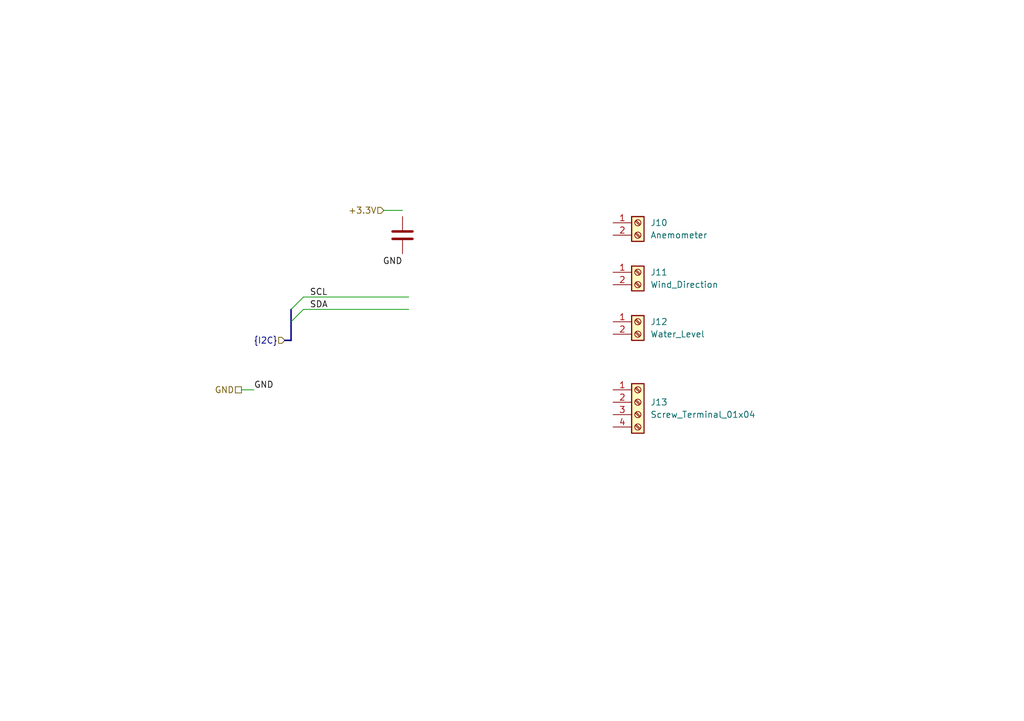
<source format=kicad_sch>
(kicad_sch (version 20231120) (generator "eeschema") (generator_version "8.0")
  (paper "A5")
  (title_block (title "RTC") (date "2024-04-17") (rev "1.0"))
  (lib_symbols
    (symbol "Connector:Screw_Terminal_01x02" (pin_names (offset 1.016) hide)
      (property "Reference" "J" (at 0 2.54 0))
      (property "Value" "Screw_Terminal_01x02" (at 0 -5.08 0))
      (symbol "Screw_Terminal_01x02_1_1"
        (rectangle (start -1.27 1.27) (end 1.27 -3.81) (stroke (width 0.254)) (fill (type background)))
        (circle (center 0 -2.54) (radius 0.635) (stroke (width 0.1524)))
        (polyline (pts (xy -0.5334 -2.2098) (xy 0.3302 -3.048)) (stroke (width 0.1524)))
        (polyline (pts (xy -0.5334 0.3302) (xy 0.3302 -0.508)) (stroke (width 0.1524)))
        (polyline (pts (xy -0.3556 -2.032) (xy 0.508 -2.8702)) (stroke (width 0.1524)))
        (polyline (pts (xy -0.3556 0.508) (xy 0.508 -0.3302)) (stroke (width 0.1524)))
        (circle (center 0 0) (radius 0.635) (stroke (width 0.1524)))
        (pin passive line (at -5.08 0 0) (length 3.81) (name "Pin_1") (number "1"))
        (pin passive line (at -5.08 -2.54 0) (length 3.81) (name "Pin_2") (number "2"))
      )
    )
    (symbol "Connector:Screw_Terminal_01x04" (pin_names (offset 1.016) hide)
      (property "Reference" "J" (at 0 5.08 0))
      (property "Value" "Screw_Terminal_01x04" (at 0 -7.62 0))
      (symbol "Screw_Terminal_01x04_1_1"
        (rectangle (start -1.27 3.81) (end 1.27 -6.35) (stroke (width 0.254)) (fill (type background)))
        (circle (center 0 -5.08) (radius 0.635) (stroke (width 0.1524)))
        (circle (center 0 -2.54) (radius 0.635) (stroke (width 0.1524)))
        (polyline (pts (xy -0.5334 -4.7498) (xy 0.3302 -5.588)) (stroke (width 0.1524)))
        (polyline (pts (xy -0.5334 -2.2098) (xy 0.3302 -3.048)) (stroke (width 0.1524)))
        (polyline (pts (xy -0.5334 0.3302) (xy 0.3302 -0.508)) (stroke (width 0.1524)))
        (polyline (pts (xy -0.5334 2.8702) (xy 0.3302 2.032)) (stroke (width 0.1524)))
        (polyline (pts (xy -0.3556 -4.572) (xy 0.508 -5.4102)) (stroke (width 0.1524)))
        (polyline (pts (xy -0.3556 -2.032) (xy 0.508 -2.8702)) (stroke (width 0.1524)))
        (polyline (pts (xy -0.3556 0.508) (xy 0.508 -0.3302)) (stroke (width 0.1524)))
        (polyline (pts (xy -0.3556 3.048) (xy 0.508 2.2098)) (stroke (width 0.1524)))
        (circle (center 0 0) (radius 0.635) (stroke (width 0.1524)))
        (circle (center 0 2.54) (radius 0.635) (stroke (width 0.1524)))
        (pin passive line (at -5.08 2.54 0) (length 3.81) (name "Pin_1") (number "1"))
        (pin passive line (at -5.08 0 0) (length 3.81) (name "Pin_2") (number "2"))
        (pin passive line (at -5.08 -2.54 0) (length 3.81) (name "Pin_3") (number "3"))
        (pin passive line (at -5.08 -5.08 0) (length 3.81) (name "Pin_4") (number "4"))
      )
    )
    (symbol "Device:C" (pin_numbers hide) (pin_names (offset 0.254))
      (property "Reference" "C" (at 0.635 2.54 0))
      (property "Value" "C" (at 0.635 -2.54 0))
      (symbol "C_0_1"
        (polyline (pts (xy -2.032 -0.762) (xy 2.032 -0.762)) (stroke (width 0.508)))
        (polyline (pts (xy -2.032 0.762) (xy 2.032 0.762)) (stroke (width 0.508)))
      )
      (symbol "C_1_1"
        (pin passive line (at 0 3.81 270) (length 2.794) (name "~") (number "1"))
        (pin passive line (at 0 -3.81 90) (length 2.794) (name "~") (number "2"))
      )
    )
  )
  (bus_entry (at 62.23 63.5) (size -2.54 2.54))
  (bus_entry (at 62.23 60.96) (size -2.54 2.54))
  (bus (pts (xy 59.69 69.85) (xy 59.69 66.04)))
  (bus (pts (xy 58.42 69.85) (xy 59.69 69.85)))
  (wire (pts (xy 78.74 43.18) (xy 82.55 43.18)))
  (wire (pts (xy 62.23 60.96) (xy 83.82 60.96)))
  (wire (pts (xy 49.53 80.01) (xy 52.07 80.01)))
  (bus (pts (xy 59.69 66.04) (xy 59.69 63.5)))
  (wire (pts (xy 62.23 63.5) (xy 83.82 63.5)))
  (label "SCL" (at 63.5 60.96 0))
  (label "SDA" (at 63.5 63.5 0))
  (label "GND" (at 52.07 80.01 0))
  (label "GND" (at 82.55 54.61 180))
  (hierarchical_label "GND" (shape passive) (at 49.53 80.01 180))
  (hierarchical_label "+3.3V" (shape input) (at 78.74 43.18 180))
  (hierarchical_label "{I2C}" (shape input) (at 58.42 69.85 180))
  (symbol (lib_id "Device:C") (at 82.55 48.26 0) (unit 1)
    (property "Reference" "C31" (effects (hide yes)))
    (property "Value" "100nF" (effects (hide yes)))
    (property "Footprint" "Capacitor_SMD:C_0603_1608Metric" (effects (hide yes)))
  )
  (symbol (lib_id "Connector:Screw_Terminal_01x02") (at 130.81 55.88 0) (unit 1)
    (property "Reference" "J11" (at 133.35 55.8799 0) (effects (justify left)))
    (property "Value" "Wind_Direction" (at 133.35 58.4199 0) (effects (justify left)))
    (property "Footprint" "Connector_Phoenix_MSTB:PhoenixContact_MSTBA_2,5_2-G-5,08_1x02_P5.08mm_Horizontal" (effects (hide yes)))
  )
  (symbol (lib_id "Connector:Screw_Terminal_01x02") (at 130.81 45.72 0) (unit 1)
    (property "Reference" "J10" (at 133.35 45.7199 0) (effects (justify left)))
    (property "Value" "Anemometer" (at 133.35 48.2599 0) (effects (justify left)))
    (property "Footprint" "Connector_Phoenix_MSTB:PhoenixContact_MSTBA_2,5_2-G-5,08_1x02_P5.08mm_Horizontal" (effects (hide yes)))
  )
  (symbol (lib_id "Connector:Screw_Terminal_01x04") (at 130.81 82.55 0) (unit 1)
    (property "Reference" "J13" (at 133.35 82.5499 0) (effects (justify left)))
    (property "Value" "Screw_Terminal_01x04" (at 133.35 85.0899 0) (effects (justify left)))
    (property "Footprint" "Connector_Phoenix_MSTB:PhoenixContact_MSTBA_2,5_4-G-5,08_1x04_P5.08mm_Horizontal" (effects (hide yes)))
    (property "Description" "Generic screw terminal, single row, 01x04, script generated (kicad-library-utils/schlib/autogen/connector/)" (effects (hide yes)))
  )
  (symbol (lib_id "Connector:Screw_Terminal_01x02") (at 130.81 66.04 0) (unit 1)
    (property "Reference" "J12" (at 133.35 66.0399 0) (effects (justify left)))
    (property "Value" "Water_Level" (at 133.35 68.5799 0) (effects (justify left)))
    (property "Footprint" "Connector_Phoenix_MSTB:PhoenixContact_MSTBA_2,5_2-G-5,08_1x02_P5.08mm_Horizontal" (effects (hide yes)))
  )
)
</source>
